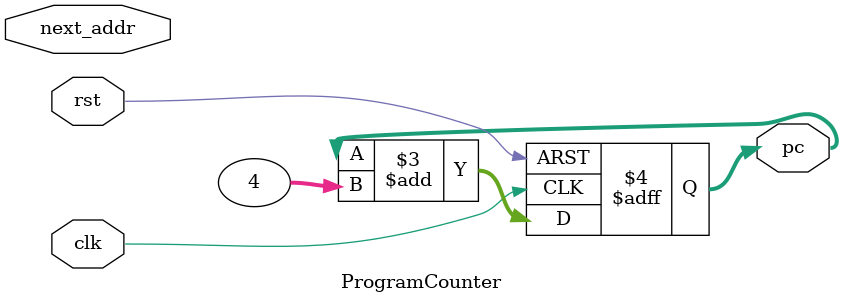
<source format=v>
module ProgramCounter (
  input wire clk,
  input wire rst,
  input wire [31:0] next_addr,
  output reg [31:0] pc
);

  always @(posedge clk or negedge rst) begin
    if (!rst)
      pc <= 0; // Reset to 0
    else
      pc <= pc + 4; // Update PC
  end
endmodule

</source>
